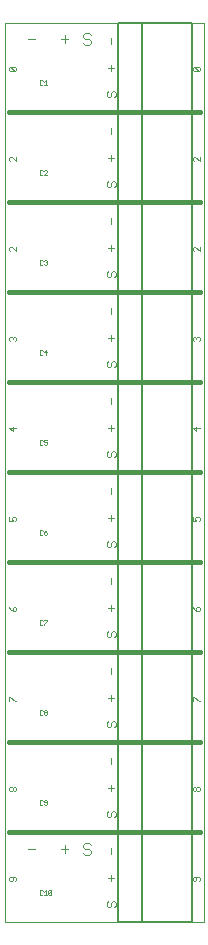
<source format=gto>
G75*
%MOIN*%
%OFA0B0*%
%FSLAX24Y24*%
%IPPOS*%
%LPD*%
%AMOC8*
5,1,8,0,0,1.08239X$1,22.5*
%
%ADD10C,0.0000*%
%ADD11C,0.0030*%
%ADD12C,0.0160*%
%ADD13C,0.0020*%
%ADD14C,0.0050*%
%ADD15C,0.0010*%
D10*
X000100Y000125D02*
X000100Y030121D01*
X006720Y030121D01*
X006720Y000125D01*
X000100Y000125D01*
D11*
X000865Y002575D02*
X001112Y002575D01*
X001970Y002575D02*
X002217Y002575D01*
X002093Y002452D02*
X002093Y002699D01*
X002707Y002699D02*
X002707Y002637D01*
X002768Y002575D01*
X002892Y002575D01*
X002953Y002513D01*
X002953Y002452D01*
X002892Y002390D01*
X002768Y002390D01*
X002707Y002452D01*
X002707Y002699D02*
X002768Y002760D01*
X002892Y002760D01*
X002953Y002699D01*
X003543Y003640D02*
X003495Y003688D01*
X003495Y003785D01*
X003543Y003833D01*
X003640Y003785D02*
X003688Y003833D01*
X003737Y003833D01*
X003785Y003785D01*
X003785Y003688D01*
X003737Y003640D01*
X003640Y003688D02*
X003640Y003785D01*
X003640Y003688D02*
X003592Y003640D01*
X003543Y003640D01*
X003640Y004524D02*
X003640Y004717D01*
X003543Y004621D02*
X003737Y004621D01*
X003640Y005408D02*
X003640Y005601D01*
X003592Y006640D02*
X003543Y006640D01*
X003495Y006688D01*
X003495Y006785D01*
X003543Y006833D01*
X003640Y006785D02*
X003688Y006833D01*
X003737Y006833D01*
X003785Y006785D01*
X003785Y006688D01*
X003737Y006640D01*
X003640Y006688D02*
X003592Y006640D01*
X003640Y006688D02*
X003640Y006785D01*
X003640Y007524D02*
X003640Y007717D01*
X003543Y007621D02*
X003737Y007621D01*
X003640Y008408D02*
X003640Y008601D01*
X003592Y009640D02*
X003543Y009640D01*
X003495Y009688D01*
X003495Y009785D01*
X003543Y009833D01*
X003640Y009785D02*
X003688Y009833D01*
X003737Y009833D01*
X003785Y009785D01*
X003785Y009688D01*
X003737Y009640D01*
X003640Y009688D02*
X003592Y009640D01*
X003640Y009688D02*
X003640Y009785D01*
X003640Y010524D02*
X003640Y010717D01*
X003543Y010621D02*
X003737Y010621D01*
X003640Y011408D02*
X003640Y011601D01*
X003592Y012640D02*
X003543Y012640D01*
X003495Y012688D01*
X003495Y012785D01*
X003543Y012833D01*
X003640Y012785D02*
X003640Y012688D01*
X003592Y012640D01*
X003640Y012785D02*
X003688Y012833D01*
X003737Y012833D01*
X003785Y012785D01*
X003785Y012688D01*
X003737Y012640D01*
X003640Y013524D02*
X003640Y013717D01*
X003543Y013621D02*
X003737Y013621D01*
X003640Y014408D02*
X003640Y014601D01*
X003592Y015640D02*
X003543Y015640D01*
X003495Y015688D01*
X003495Y015785D01*
X003543Y015833D01*
X003640Y015785D02*
X003640Y015688D01*
X003592Y015640D01*
X003640Y015785D02*
X003688Y015833D01*
X003737Y015833D01*
X003785Y015785D01*
X003785Y015688D01*
X003737Y015640D01*
X003640Y016524D02*
X003640Y016717D01*
X003543Y016621D02*
X003737Y016621D01*
X003640Y017408D02*
X003640Y017601D01*
X003592Y018640D02*
X003543Y018640D01*
X003495Y018688D01*
X003495Y018785D01*
X003543Y018833D01*
X003640Y018785D02*
X003640Y018688D01*
X003592Y018640D01*
X003640Y018785D02*
X003688Y018833D01*
X003737Y018833D01*
X003785Y018785D01*
X003785Y018688D01*
X003737Y018640D01*
X003640Y019524D02*
X003640Y019717D01*
X003543Y019621D02*
X003737Y019621D01*
X003640Y020408D02*
X003640Y020601D01*
X003592Y021640D02*
X003543Y021640D01*
X003495Y021688D01*
X003495Y021785D01*
X003543Y021833D01*
X003640Y021785D02*
X003640Y021688D01*
X003592Y021640D01*
X003640Y021785D02*
X003688Y021833D01*
X003737Y021833D01*
X003785Y021785D01*
X003785Y021688D01*
X003737Y021640D01*
X003640Y022524D02*
X003640Y022717D01*
X003543Y022621D02*
X003737Y022621D01*
X003640Y023408D02*
X003640Y023601D01*
X003592Y024640D02*
X003543Y024640D01*
X003495Y024688D01*
X003495Y024785D01*
X003543Y024833D01*
X003640Y024785D02*
X003640Y024688D01*
X003592Y024640D01*
X003640Y024785D02*
X003688Y024833D01*
X003737Y024833D01*
X003785Y024785D01*
X003785Y024688D01*
X003737Y024640D01*
X003640Y025524D02*
X003640Y025717D01*
X003543Y025621D02*
X003737Y025621D01*
X003640Y026408D02*
X003640Y026601D01*
X003592Y027640D02*
X003543Y027640D01*
X003495Y027688D01*
X003495Y027785D01*
X003543Y027833D01*
X003640Y027785D02*
X003688Y027833D01*
X003737Y027833D01*
X003785Y027785D01*
X003785Y027688D01*
X003737Y027640D01*
X003640Y027688D02*
X003640Y027785D01*
X003640Y027688D02*
X003592Y027640D01*
X003640Y028524D02*
X003640Y028717D01*
X003543Y028621D02*
X003737Y028621D01*
X003640Y029408D02*
X003640Y029601D01*
X002953Y029513D02*
X002953Y029452D01*
X002892Y029390D01*
X002768Y029390D01*
X002707Y029452D01*
X002768Y029575D02*
X002707Y029637D01*
X002707Y029699D01*
X002768Y029760D01*
X002892Y029760D01*
X002953Y029699D01*
X002892Y029575D02*
X002953Y029513D01*
X002892Y029575D02*
X002768Y029575D01*
X002217Y029575D02*
X001970Y029575D01*
X002093Y029452D02*
X002093Y029699D01*
X001112Y029575D02*
X000865Y029575D01*
X003640Y002601D02*
X003640Y002408D01*
X003640Y001717D02*
X003640Y001524D01*
X003543Y001621D02*
X003737Y001621D01*
X003737Y000833D02*
X003688Y000833D01*
X003640Y000785D01*
X003640Y000688D01*
X003592Y000640D01*
X003543Y000640D01*
X003495Y000688D01*
X003495Y000785D01*
X003543Y000833D01*
X003737Y000833D02*
X003785Y000785D01*
X003785Y000688D01*
X003737Y000640D01*
D12*
X006600Y003125D02*
X000225Y003125D01*
X000225Y006125D02*
X006600Y006125D01*
X006600Y009125D02*
X000225Y009125D01*
X000225Y012125D02*
X006600Y012125D01*
X006600Y015125D02*
X000225Y015125D01*
X000225Y018125D02*
X006600Y018125D01*
X006600Y021125D02*
X000225Y021125D01*
X000225Y024125D02*
X006600Y024125D01*
X006600Y027125D02*
X000225Y027125D01*
D13*
X000282Y028510D02*
X000245Y028547D01*
X000245Y028620D01*
X000282Y028657D01*
X000428Y028510D01*
X000465Y028547D01*
X000465Y028620D01*
X000428Y028657D01*
X000282Y028657D01*
X000282Y028510D02*
X000428Y028510D01*
X000465Y025657D02*
X000465Y025510D01*
X000318Y025657D01*
X000282Y025657D01*
X000245Y025620D01*
X000245Y025547D01*
X000282Y025510D01*
X000282Y022657D02*
X000245Y022620D01*
X000245Y022547D01*
X000282Y022510D01*
X000282Y022657D02*
X000318Y022657D01*
X000465Y022510D01*
X000465Y022657D01*
X000392Y019657D02*
X000428Y019657D01*
X000465Y019620D01*
X000465Y019547D01*
X000428Y019510D01*
X000355Y019583D02*
X000355Y019620D01*
X000392Y019657D01*
X000355Y019620D02*
X000318Y019657D01*
X000282Y019657D01*
X000245Y019620D01*
X000245Y019547D01*
X000282Y019510D01*
X000355Y016657D02*
X000355Y016510D01*
X000245Y016620D01*
X000465Y016620D01*
X000428Y013657D02*
X000355Y013657D01*
X000318Y013620D01*
X000318Y013583D01*
X000355Y013510D01*
X000245Y013510D01*
X000245Y013657D01*
X000428Y013657D02*
X000465Y013620D01*
X000465Y013547D01*
X000428Y013510D01*
X000428Y010657D02*
X000392Y010657D01*
X000355Y010620D01*
X000355Y010510D01*
X000428Y010510D01*
X000465Y010547D01*
X000465Y010620D01*
X000428Y010657D01*
X000282Y010583D02*
X000355Y010510D01*
X000282Y010583D02*
X000245Y010657D01*
X000245Y007657D02*
X000282Y007657D01*
X000428Y007510D01*
X000465Y007510D01*
X000245Y007510D02*
X000245Y007657D01*
X000282Y004657D02*
X000245Y004620D01*
X000245Y004547D01*
X000282Y004510D01*
X000318Y004510D01*
X000355Y004547D01*
X000355Y004620D01*
X000392Y004657D01*
X000428Y004657D01*
X000465Y004620D01*
X000465Y004547D01*
X000428Y004510D01*
X000392Y004510D01*
X000355Y004547D01*
X000355Y004620D02*
X000318Y004657D01*
X000282Y004657D01*
X000282Y001657D02*
X000245Y001620D01*
X000245Y001547D01*
X000282Y001510D01*
X000318Y001510D01*
X000355Y001547D01*
X000355Y001657D01*
X000428Y001657D02*
X000282Y001657D01*
X000428Y001657D02*
X000465Y001620D01*
X000465Y001547D01*
X000428Y001510D01*
X006370Y001547D02*
X006407Y001510D01*
X006443Y001510D01*
X006480Y001547D01*
X006480Y001657D01*
X006553Y001657D02*
X006407Y001657D01*
X006370Y001620D01*
X006370Y001547D01*
X006553Y001510D02*
X006590Y001547D01*
X006590Y001620D01*
X006553Y001657D01*
X006553Y004510D02*
X006517Y004510D01*
X006480Y004547D01*
X006480Y004620D01*
X006517Y004657D01*
X006553Y004657D01*
X006590Y004620D01*
X006590Y004547D01*
X006553Y004510D01*
X006480Y004547D02*
X006443Y004510D01*
X006407Y004510D01*
X006370Y004547D01*
X006370Y004620D01*
X006407Y004657D01*
X006443Y004657D01*
X006480Y004620D01*
X006553Y007510D02*
X006590Y007510D01*
X006553Y007510D02*
X006407Y007657D01*
X006370Y007657D01*
X006370Y007510D01*
X006480Y010510D02*
X006480Y010620D01*
X006517Y010657D01*
X006553Y010657D01*
X006590Y010620D01*
X006590Y010547D01*
X006553Y010510D01*
X006480Y010510D01*
X006407Y010583D01*
X006370Y010657D01*
X006370Y013510D02*
X006480Y013510D01*
X006443Y013583D01*
X006443Y013620D01*
X006480Y013657D01*
X006553Y013657D01*
X006590Y013620D01*
X006590Y013547D01*
X006553Y013510D01*
X006370Y013510D02*
X006370Y013657D01*
X006480Y016510D02*
X006370Y016620D01*
X006590Y016620D01*
X006480Y016657D02*
X006480Y016510D01*
X006553Y019510D02*
X006590Y019547D01*
X006590Y019620D01*
X006553Y019657D01*
X006517Y019657D01*
X006480Y019620D01*
X006480Y019583D01*
X006480Y019620D02*
X006443Y019657D01*
X006407Y019657D01*
X006370Y019620D01*
X006370Y019547D01*
X006407Y019510D01*
X006407Y022510D02*
X006370Y022547D01*
X006370Y022620D01*
X006407Y022657D01*
X006443Y022657D01*
X006590Y022510D01*
X006590Y022657D01*
X006590Y025510D02*
X006443Y025657D01*
X006407Y025657D01*
X006370Y025620D01*
X006370Y025547D01*
X006407Y025510D01*
X006590Y025510D02*
X006590Y025657D01*
X006553Y028510D02*
X006407Y028657D01*
X006553Y028657D01*
X006590Y028620D01*
X006590Y028547D01*
X006553Y028510D01*
X006407Y028510D01*
X006370Y028547D01*
X006370Y028620D01*
X006407Y028657D01*
D14*
X006330Y030095D02*
X006330Y027155D01*
X004680Y027155D01*
X003880Y027155D01*
X003880Y030095D01*
X004680Y030095D01*
X006330Y030095D01*
X006330Y027095D02*
X006330Y024155D01*
X004680Y024155D01*
X003880Y024155D01*
X003880Y027095D01*
X004680Y027095D01*
X006330Y027095D01*
X006330Y024095D02*
X006330Y021155D01*
X004680Y021155D01*
X003880Y021155D01*
X003880Y024095D01*
X004680Y024095D01*
X006330Y024095D01*
X006330Y021095D02*
X006330Y018155D01*
X004680Y018155D01*
X003880Y018155D01*
X003880Y021095D01*
X004680Y021095D01*
X006330Y021095D01*
X006330Y018095D02*
X006330Y015155D01*
X004680Y015155D01*
X003880Y015155D01*
X003880Y018095D01*
X004680Y018095D01*
X006330Y018095D01*
X006330Y015095D02*
X006330Y012155D01*
X004680Y012155D01*
X003880Y012155D01*
X003880Y015095D01*
X004680Y015095D01*
X006330Y015095D01*
X006330Y012095D02*
X006330Y009155D01*
X004680Y009155D01*
X003880Y009155D01*
X003880Y012095D01*
X004680Y012095D01*
X006330Y012095D01*
X006330Y009095D02*
X006330Y006155D01*
X004680Y006155D01*
X003880Y006155D01*
X003880Y009095D01*
X004680Y009095D01*
X006330Y009095D01*
X006330Y006095D02*
X006330Y003155D01*
X004680Y003155D01*
X003880Y003155D01*
X003880Y006095D01*
X004680Y006095D01*
X006330Y006095D01*
X006330Y003095D02*
X006330Y000155D01*
X004680Y000155D01*
X003880Y000155D01*
X003880Y003095D01*
X004680Y003095D01*
X006330Y003095D01*
X004680Y003095D02*
X004680Y000155D01*
X004680Y003155D02*
X004680Y006095D01*
X004680Y006155D02*
X004680Y009095D01*
X004680Y009155D02*
X004680Y012095D01*
X004680Y012155D02*
X004680Y015095D01*
X004680Y015155D02*
X004680Y018095D01*
X004680Y018155D02*
X004680Y021095D01*
X004680Y021155D02*
X004680Y024095D01*
X004680Y024155D02*
X004680Y027095D01*
X004680Y027155D02*
X004680Y030095D01*
D15*
X001452Y028205D02*
X001452Y028055D01*
X001402Y028055D02*
X001502Y028055D01*
X001402Y028155D02*
X001452Y028205D01*
X001355Y028180D02*
X001330Y028205D01*
X001280Y028205D01*
X001255Y028180D01*
X001255Y028080D01*
X001280Y028055D01*
X001330Y028055D01*
X001355Y028080D01*
X001330Y025205D02*
X001280Y025205D01*
X001255Y025180D01*
X001255Y025080D01*
X001280Y025055D01*
X001330Y025055D01*
X001355Y025080D01*
X001402Y025055D02*
X001502Y025155D01*
X001502Y025180D01*
X001477Y025205D01*
X001427Y025205D01*
X001402Y025180D01*
X001355Y025180D02*
X001330Y025205D01*
X001402Y025055D02*
X001502Y025055D01*
X001427Y022205D02*
X001477Y022205D01*
X001502Y022180D01*
X001502Y022155D01*
X001477Y022130D01*
X001502Y022105D01*
X001502Y022080D01*
X001477Y022055D01*
X001427Y022055D01*
X001402Y022080D01*
X001355Y022080D02*
X001330Y022055D01*
X001280Y022055D01*
X001255Y022080D01*
X001255Y022180D01*
X001280Y022205D01*
X001330Y022205D01*
X001355Y022180D01*
X001402Y022180D02*
X001427Y022205D01*
X001452Y022130D02*
X001477Y022130D01*
X001477Y019205D02*
X001402Y019130D01*
X001502Y019130D01*
X001477Y019055D02*
X001477Y019205D01*
X001355Y019180D02*
X001330Y019205D01*
X001280Y019205D01*
X001255Y019180D01*
X001255Y019080D01*
X001280Y019055D01*
X001330Y019055D01*
X001355Y019080D01*
X001330Y016205D02*
X001280Y016205D01*
X001255Y016180D01*
X001255Y016080D01*
X001280Y016055D01*
X001330Y016055D01*
X001355Y016080D01*
X001402Y016080D02*
X001427Y016055D01*
X001477Y016055D01*
X001502Y016080D01*
X001502Y016130D01*
X001477Y016155D01*
X001452Y016155D01*
X001402Y016130D01*
X001402Y016205D01*
X001502Y016205D01*
X001355Y016180D02*
X001330Y016205D01*
X001330Y013205D02*
X001280Y013205D01*
X001255Y013180D01*
X001255Y013080D01*
X001280Y013055D01*
X001330Y013055D01*
X001355Y013080D01*
X001402Y013080D02*
X001427Y013055D01*
X001477Y013055D01*
X001502Y013080D01*
X001502Y013105D01*
X001477Y013130D01*
X001402Y013130D01*
X001402Y013080D01*
X001402Y013130D02*
X001452Y013180D01*
X001502Y013205D01*
X001355Y013180D02*
X001330Y013205D01*
X001330Y010205D02*
X001280Y010205D01*
X001255Y010180D01*
X001255Y010080D01*
X001280Y010055D01*
X001330Y010055D01*
X001355Y010080D01*
X001402Y010080D02*
X001402Y010055D01*
X001402Y010080D02*
X001502Y010180D01*
X001502Y010205D01*
X001402Y010205D01*
X001355Y010180D02*
X001330Y010205D01*
X001330Y007205D02*
X001280Y007205D01*
X001255Y007180D01*
X001255Y007080D01*
X001280Y007055D01*
X001330Y007055D01*
X001355Y007080D01*
X001402Y007080D02*
X001402Y007105D01*
X001427Y007130D01*
X001477Y007130D01*
X001502Y007105D01*
X001502Y007080D01*
X001477Y007055D01*
X001427Y007055D01*
X001402Y007080D01*
X001427Y007130D02*
X001402Y007155D01*
X001402Y007180D01*
X001427Y007205D01*
X001477Y007205D01*
X001502Y007180D01*
X001502Y007155D01*
X001477Y007130D01*
X001355Y007180D02*
X001330Y007205D01*
X001330Y004205D02*
X001280Y004205D01*
X001255Y004180D01*
X001255Y004080D01*
X001280Y004055D01*
X001330Y004055D01*
X001355Y004080D01*
X001402Y004080D02*
X001427Y004055D01*
X001477Y004055D01*
X001502Y004080D01*
X001502Y004180D01*
X001477Y004205D01*
X001427Y004205D01*
X001402Y004180D01*
X001402Y004155D01*
X001427Y004130D01*
X001502Y004130D01*
X001355Y004180D02*
X001330Y004205D01*
X001330Y001205D02*
X001280Y001205D01*
X001255Y001180D01*
X001255Y001080D01*
X001280Y001055D01*
X001330Y001055D01*
X001355Y001080D01*
X001402Y001055D02*
X001502Y001055D01*
X001452Y001055D02*
X001452Y001205D01*
X001402Y001155D01*
X001355Y001180D02*
X001330Y001205D01*
X001550Y001180D02*
X001575Y001205D01*
X001625Y001205D01*
X001650Y001180D01*
X001550Y001080D01*
X001575Y001055D01*
X001625Y001055D01*
X001650Y001080D01*
X001650Y001180D01*
X001550Y001180D02*
X001550Y001080D01*
M02*

</source>
